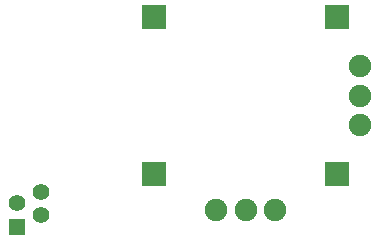
<source format=gbs>
G04 Layer: BottomSolderMaskLayer*
G04 EasyEDA v6.5.42, 2024-06-07 13:56:55*
G04 7482dcffd15b4418b76771f7c21639d5,5b5938e4044e44979b54ac5d61ce4e13,10*
G04 Gerber Generator version 0.2*
G04 Scale: 100 percent, Rotated: No, Reflected: No *
G04 Dimensions in millimeters *
G04 leading zeros omitted , absolute positions ,4 integer and 5 decimal *
%FSLAX45Y45*%
%MOMM*%

%AMMACRO1*1,1,$1,$2,$3*1,1,$1,$4,$5*1,1,$1,0-$2,0-$3*1,1,$1,0-$4,0-$5*20,1,$1,$2,$3,$4,$5,0*20,1,$1,$4,$5,0-$2,0-$3,0*20,1,$1,0-$2,0-$3,0-$4,0-$5,0*20,1,$1,0-$4,0-$5,$2,$3,0*4,1,4,$2,$3,$4,$5,0-$2,0-$3,0-$4,0-$5,$2,$3,0*%
%ADD10MACRO1,0.1X0.65X0.65X0.65X-0.65*%
%ADD11C,1.4000*%
%ADD12R,2.0020X2.0020*%
%ADD13C,1.9020*%

%LPD*%
D10*
G01*
X1598Y17579163D03*
D11*
G01*
X201599Y17679162D03*
G01*
X1600Y17779161D03*
G01*
X201599Y17879161D03*
D12*
G01*
X2711983Y19356959D03*
G01*
X2711983Y18027065D03*
G01*
X1161999Y18027065D03*
G01*
X1161999Y19356959D03*
D13*
G01*
X1686991Y17727066D03*
G01*
X1937004Y17727041D03*
G01*
X2186990Y17727066D03*
G01*
X2902000Y18442051D03*
G01*
X2902000Y18692037D03*
G01*
X2902000Y18942050D03*
M02*

</source>
